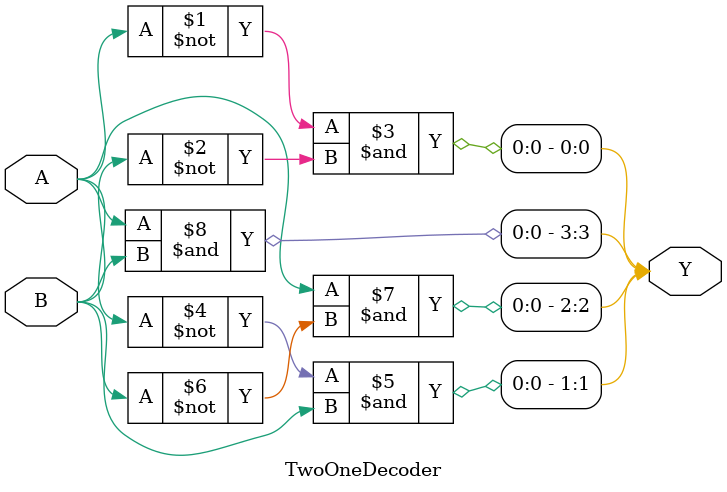
<source format=v>
`timescale 1ns / 1ps


module TwoOneDecoder(
    input A,
    input B,
    output [3:0]Y
    );
    assign Y[0] = (~A)&(~B);
    assign Y[1] = (~A)&B;
    assign Y[2] = A&(~B);
    assign Y[3] = A&B;
endmodule

</source>
